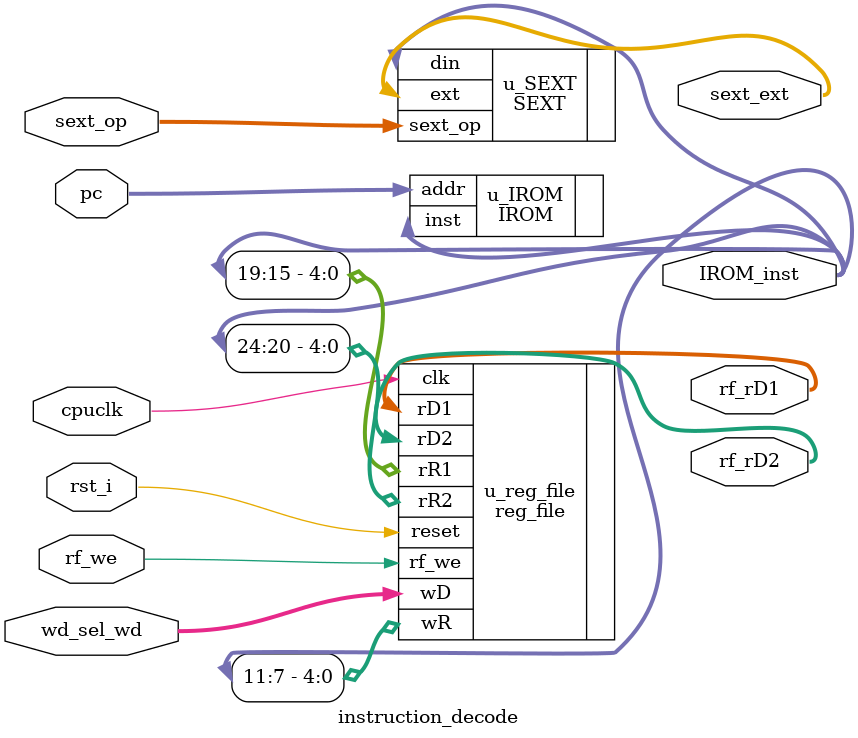
<source format=v>
module instruction_decode(
    input [31:0] pc,
    output [31:0] IROM_inst,
    input [2:0] sext_op,
    output [31:0] sext_ext,
    input cpuclk,
    input rst_i,
    input rf_we,
    input [31:0] wd_sel_wd,
    output [31:0] rf_rD1,
    output [31:0] rf_rD2
    );
    IROM u_IROM(
        .addr       (pc),
        .inst       (IROM_inst)
    );
    SEXT u_SEXT(
        .sext_op    (sext_op),
        .din        (IROM_inst),
        .ext        (sext_ext)
    );
    reg_file u_reg_file(
        .clk        (cpuclk),
        .reset      (rst_i),
        .rf_we      (rf_we),
        .rR1        (IROM_inst[19:15]),
        .rR2        (IROM_inst[24:20]),
        .wR         (IROM_inst[11:7]),
        .wD         (wd_sel_wd),
        .rD1        (rf_rD1),
        .rD2        (rf_rD2)
    );
endmodule

</source>
